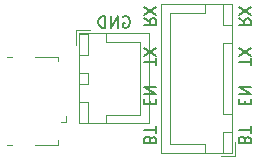
<source format=gbr>
%TF.GenerationSoftware,KiCad,Pcbnew,8.0.2*%
%TF.CreationDate,2024-05-27T00:00:39+02:00*%
%TF.ProjectId,ESP-Logger-HW,4553502d-4c6f-4676-9765-722d48572e6b,rev?*%
%TF.SameCoordinates,Original*%
%TF.FileFunction,Legend,Bot*%
%TF.FilePolarity,Positive*%
%FSLAX46Y46*%
G04 Gerber Fmt 4.6, Leading zero omitted, Abs format (unit mm)*
G04 Created by KiCad (PCBNEW 8.0.2) date 2024-05-27 00:00:39*
%MOMM*%
%LPD*%
G01*
G04 APERTURE LIST*
%ADD10C,0.150000*%
%ADD11C,0.120000*%
G04 APERTURE END LIST*
D10*
X29761904Y-31002438D02*
X29857142Y-30954819D01*
X29857142Y-30954819D02*
X29999999Y-30954819D01*
X29999999Y-30954819D02*
X30142856Y-31002438D01*
X30142856Y-31002438D02*
X30238094Y-31097676D01*
X30238094Y-31097676D02*
X30285713Y-31192914D01*
X30285713Y-31192914D02*
X30333332Y-31383390D01*
X30333332Y-31383390D02*
X30333332Y-31526247D01*
X30333332Y-31526247D02*
X30285713Y-31716723D01*
X30285713Y-31716723D02*
X30238094Y-31811961D01*
X30238094Y-31811961D02*
X30142856Y-31907200D01*
X30142856Y-31907200D02*
X29999999Y-31954819D01*
X29999999Y-31954819D02*
X29904761Y-31954819D01*
X29904761Y-31954819D02*
X29761904Y-31907200D01*
X29761904Y-31907200D02*
X29714285Y-31859580D01*
X29714285Y-31859580D02*
X29714285Y-31526247D01*
X29714285Y-31526247D02*
X29904761Y-31526247D01*
X29285713Y-31954819D02*
X29285713Y-30954819D01*
X29285713Y-30954819D02*
X28714285Y-31954819D01*
X28714285Y-31954819D02*
X28714285Y-30954819D01*
X28238094Y-31954819D02*
X28238094Y-30954819D01*
X28238094Y-30954819D02*
X27999999Y-30954819D01*
X27999999Y-30954819D02*
X27857142Y-31002438D01*
X27857142Y-31002438D02*
X27761904Y-31097676D01*
X27761904Y-31097676D02*
X27714285Y-31192914D01*
X27714285Y-31192914D02*
X27666666Y-31383390D01*
X27666666Y-31383390D02*
X27666666Y-31526247D01*
X27666666Y-31526247D02*
X27714285Y-31716723D01*
X27714285Y-31716723D02*
X27761904Y-31811961D01*
X27761904Y-31811961D02*
X27857142Y-31907200D01*
X27857142Y-31907200D02*
X27999999Y-31954819D01*
X27999999Y-31954819D02*
X28238094Y-31954819D01*
X32068990Y-41404762D02*
X32021371Y-41261905D01*
X32021371Y-41261905D02*
X31973752Y-41214286D01*
X31973752Y-41214286D02*
X31878514Y-41166667D01*
X31878514Y-41166667D02*
X31735657Y-41166667D01*
X31735657Y-41166667D02*
X31640419Y-41214286D01*
X31640419Y-41214286D02*
X31592800Y-41261905D01*
X31592800Y-41261905D02*
X31545180Y-41357143D01*
X31545180Y-41357143D02*
X31545180Y-41738095D01*
X31545180Y-41738095D02*
X32545180Y-41738095D01*
X32545180Y-41738095D02*
X32545180Y-41404762D01*
X32545180Y-41404762D02*
X32497561Y-41309524D01*
X32497561Y-41309524D02*
X32449942Y-41261905D01*
X32449942Y-41261905D02*
X32354704Y-41214286D01*
X32354704Y-41214286D02*
X32259466Y-41214286D01*
X32259466Y-41214286D02*
X32164228Y-41261905D01*
X32164228Y-41261905D02*
X32116609Y-41309524D01*
X32116609Y-41309524D02*
X32068990Y-41404762D01*
X32068990Y-41404762D02*
X32068990Y-41738095D01*
X32545180Y-40880952D02*
X32545180Y-40309524D01*
X31545180Y-40595238D02*
X32545180Y-40595238D01*
X32068990Y-38452380D02*
X32068990Y-38119047D01*
X31545180Y-37976190D02*
X31545180Y-38452380D01*
X31545180Y-38452380D02*
X32545180Y-38452380D01*
X32545180Y-38452380D02*
X32545180Y-37976190D01*
X31545180Y-37547618D02*
X32545180Y-37547618D01*
X32545180Y-37547618D02*
X31545180Y-36976190D01*
X31545180Y-36976190D02*
X32545180Y-36976190D01*
X32545180Y-35119046D02*
X32545180Y-34547618D01*
X31545180Y-34833332D02*
X32545180Y-34833332D01*
X32545180Y-34309522D02*
X31545180Y-33642856D01*
X32545180Y-33642856D02*
X31545180Y-34309522D01*
X31545180Y-31166665D02*
X32021371Y-31499998D01*
X31545180Y-31738093D02*
X32545180Y-31738093D01*
X32545180Y-31738093D02*
X32545180Y-31357141D01*
X32545180Y-31357141D02*
X32497561Y-31261903D01*
X32497561Y-31261903D02*
X32449942Y-31214284D01*
X32449942Y-31214284D02*
X32354704Y-31166665D01*
X32354704Y-31166665D02*
X32211847Y-31166665D01*
X32211847Y-31166665D02*
X32116609Y-31214284D01*
X32116609Y-31214284D02*
X32068990Y-31261903D01*
X32068990Y-31261903D02*
X32021371Y-31357141D01*
X32021371Y-31357141D02*
X32021371Y-31738093D01*
X32545180Y-30833331D02*
X31545180Y-30166665D01*
X32545180Y-30166665D02*
X31545180Y-30833331D01*
X40068990Y-41404762D02*
X40021371Y-41261905D01*
X40021371Y-41261905D02*
X39973752Y-41214286D01*
X39973752Y-41214286D02*
X39878514Y-41166667D01*
X39878514Y-41166667D02*
X39735657Y-41166667D01*
X39735657Y-41166667D02*
X39640419Y-41214286D01*
X39640419Y-41214286D02*
X39592800Y-41261905D01*
X39592800Y-41261905D02*
X39545180Y-41357143D01*
X39545180Y-41357143D02*
X39545180Y-41738095D01*
X39545180Y-41738095D02*
X40545180Y-41738095D01*
X40545180Y-41738095D02*
X40545180Y-41404762D01*
X40545180Y-41404762D02*
X40497561Y-41309524D01*
X40497561Y-41309524D02*
X40449942Y-41261905D01*
X40449942Y-41261905D02*
X40354704Y-41214286D01*
X40354704Y-41214286D02*
X40259466Y-41214286D01*
X40259466Y-41214286D02*
X40164228Y-41261905D01*
X40164228Y-41261905D02*
X40116609Y-41309524D01*
X40116609Y-41309524D02*
X40068990Y-41404762D01*
X40068990Y-41404762D02*
X40068990Y-41738095D01*
X40545180Y-40880952D02*
X40545180Y-40309524D01*
X39545180Y-40595238D02*
X40545180Y-40595238D01*
X40068990Y-38452380D02*
X40068990Y-38119047D01*
X39545180Y-37976190D02*
X39545180Y-38452380D01*
X39545180Y-38452380D02*
X40545180Y-38452380D01*
X40545180Y-38452380D02*
X40545180Y-37976190D01*
X39545180Y-37547618D02*
X40545180Y-37547618D01*
X40545180Y-37547618D02*
X39545180Y-36976190D01*
X39545180Y-36976190D02*
X40545180Y-36976190D01*
X40545180Y-35119046D02*
X40545180Y-34547618D01*
X39545180Y-34833332D02*
X40545180Y-34833332D01*
X40545180Y-34309522D02*
X39545180Y-33642856D01*
X40545180Y-33642856D02*
X39545180Y-34309522D01*
X39545180Y-31166665D02*
X40021371Y-31499998D01*
X39545180Y-31738093D02*
X40545180Y-31738093D01*
X40545180Y-31738093D02*
X40545180Y-31357141D01*
X40545180Y-31357141D02*
X40497561Y-31261903D01*
X40497561Y-31261903D02*
X40449942Y-31214284D01*
X40449942Y-31214284D02*
X40354704Y-31166665D01*
X40354704Y-31166665D02*
X40211847Y-31166665D01*
X40211847Y-31166665D02*
X40116609Y-31214284D01*
X40116609Y-31214284D02*
X40068990Y-31261903D01*
X40068990Y-31261903D02*
X40021371Y-31357141D01*
X40021371Y-31357141D02*
X40021371Y-31738093D01*
X40545180Y-30833331D02*
X39545180Y-30166665D01*
X40545180Y-30166665D02*
X39545180Y-30833331D01*
D11*
%TO.C,J1*%
X32990000Y-29940000D02*
X32990000Y-42560000D01*
X32990000Y-42560000D02*
X38960000Y-42560000D01*
X33750000Y-30700000D02*
X36700000Y-30700000D01*
X33750000Y-36250000D02*
X33750000Y-30700000D01*
X33750000Y-36250000D02*
X33750000Y-41800000D01*
X33750000Y-41800000D02*
X36700000Y-41800000D01*
X36700000Y-30700000D02*
X36700000Y-29950000D01*
X36700000Y-41800000D02*
X36700000Y-42550000D01*
X38000000Y-42850000D02*
X39250000Y-42850000D01*
X38200000Y-29950000D02*
X38200000Y-31750000D01*
X38200000Y-31750000D02*
X38950000Y-31750000D01*
X38200000Y-33250000D02*
X38200000Y-39250000D01*
X38200000Y-39250000D02*
X38950000Y-39250000D01*
X38200000Y-40750000D02*
X38200000Y-42550000D01*
X38200000Y-42550000D02*
X38950000Y-42550000D01*
X38950000Y-29950000D02*
X38200000Y-29950000D01*
X38950000Y-31750000D02*
X38950000Y-29950000D01*
X38950000Y-33250000D02*
X38200000Y-33250000D01*
X38950000Y-39250000D02*
X38950000Y-33250000D01*
X38950000Y-40750000D02*
X38200000Y-40750000D01*
X38950000Y-42550000D02*
X38950000Y-40750000D01*
X38960000Y-29940000D02*
X32990000Y-29940000D01*
X38960000Y-42560000D02*
X38960000Y-29940000D01*
X39250000Y-42850000D02*
X39250000Y-41600000D01*
%TO.C,J2*%
X25725000Y-32150000D02*
X25725000Y-33400000D01*
X26015000Y-32440000D02*
X26015000Y-40060000D01*
X26015000Y-40060000D02*
X31985000Y-40060000D01*
X26025000Y-32450000D02*
X26025000Y-34250000D01*
X26025000Y-34250000D02*
X26775000Y-34250000D01*
X26025000Y-35750000D02*
X26025000Y-36750000D01*
X26025000Y-36750000D02*
X26775000Y-36750000D01*
X26025000Y-38250000D02*
X26025000Y-40050000D01*
X26025000Y-40050000D02*
X26775000Y-40050000D01*
X26775000Y-32450000D02*
X26025000Y-32450000D01*
X26775000Y-34250000D02*
X26775000Y-32450000D01*
X26775000Y-35750000D02*
X26025000Y-35750000D01*
X26775000Y-36750000D02*
X26775000Y-35750000D01*
X26775000Y-38250000D02*
X26025000Y-38250000D01*
X26775000Y-40050000D02*
X26775000Y-38250000D01*
X26975000Y-32150000D02*
X25725000Y-32150000D01*
X28275000Y-33200000D02*
X28275000Y-32450000D01*
X28275000Y-39300000D02*
X28275000Y-40050000D01*
X31225000Y-33200000D02*
X28275000Y-33200000D01*
X31225000Y-36250000D02*
X31225000Y-33200000D01*
X31225000Y-36250000D02*
X31225000Y-39300000D01*
X31225000Y-39300000D02*
X28275000Y-39300000D01*
X31985000Y-32440000D02*
X26015000Y-32440000D01*
X31985000Y-40060000D02*
X31985000Y-32440000D01*
%TO.C,J3*%
X19910000Y-34390000D02*
X20310000Y-34390000D01*
X20310000Y-41910000D02*
X19910000Y-41910000D01*
X24260000Y-34390000D02*
X22280000Y-34390000D01*
X24260000Y-34810000D02*
X24260000Y-34390000D01*
X24260000Y-41490000D02*
X24260000Y-41910000D01*
X24260000Y-41910000D02*
X22280000Y-41910000D01*
X24940000Y-39910000D02*
X24490000Y-39910000D01*
X24940000Y-39910000D02*
X24940000Y-39460000D01*
%TD*%
M02*

</source>
